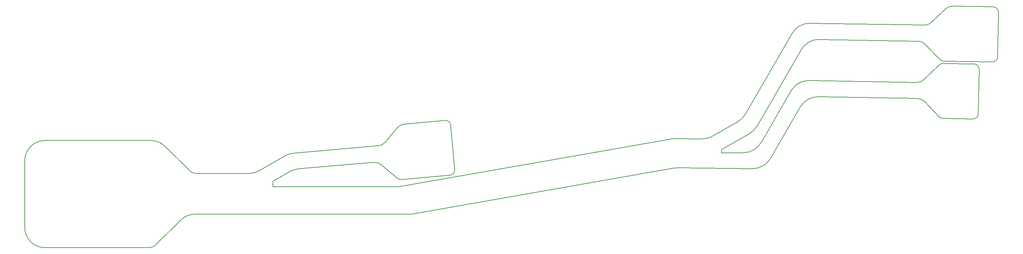
<source format=gbr>
*
G4_C Author: OrCAD GerbTool(tm) 8.1.1 Wed Jun 18 22:44:34 2003*
%LPD*%
%FSLAX34Y34*%
%MOIN*%
%AD*%
%ADD10R,0.050000X0.050000*%
%ADD11C,0.006000*%
%ADD12C,0.019000*%
%ADD13C,0.007900*%
%ADD14C,0.005000*%
%ADD15C,0.000800*%
%ADD16R,0.070000X0.025000*%
%ADD17R,0.068000X0.023000*%
%ADD18C,0.006000*%
%ADD19C,0.009800*%
%ADD20C,0.010000*%
%ADD21C,0.030000*%
%ADD22C,0.060000*%
%ADD23C,0.035000*%
%ADD24C,0.055000*%
%ADD25C,0.062980*%
%ADD26C,0.001000*%
%ADD27C,0.196840*%
G4_C OrCAD GerbTool Tool List *
G54D11*
G1X16890Y7453D2*
G75*
G2X16183Y7746I0J1000D1*
G74*
G1X12911Y441D2*
G75*
G2X12205Y148I-707J707D1*
G74*
G1X1987Y149D2*
G75*
G2X-14Y2150I0J2000D1*
G74*
G1X-14Y8707D1*
G1X1987Y10707D2*
G75*
G3X-14Y8707I0J-2000D1*
G74*
G1X15333Y2864D2*
G1X12911Y441D1*
G1X16747Y3450D2*
G75*
G3X15333Y2864I0J-2000D1*
G74*
G1X12205Y149D2*
G1X1987Y149D1*
G1X1987Y10707D2*
G1X12394Y10707D1*
G1X13808Y10121D2*
G1X16183Y7746D1*
G1X12394Y10707D2*
G75*
G2X13808Y10121I0J-2000D1*
G74*
G1X77198Y22269D2*
G1X88420Y22073D1*
G1X75431Y21269D2*
G75*
G2X77198Y22269I1727J-997D1*
G74*
G1X87807Y20502D2*
G1X78102Y20671D1*
G75*
G3X76335Y19671I-34J-1996D1*
G74*
G1X87748Y14849D2*
G1X78003Y15019D1*
G75*
G3X76236Y14020I-34J-1996D1*
G74*
G1X77098Y16617D2*
G1X87687Y16433D1*
G1X75332Y15618D2*
G75*
G2X77098Y16617I1727J-997D1*
G74*
G1X73302Y8938D2*
G1X76236Y14020D1*
G1X71549Y7938D2*
G75*
G3X73302Y8938I20J1996D1*
G74*
G1X66611Y10871D2*
G75*
G3X67632Y11139I20J2009D1*
G74*
G1X70093Y12559D1*
G1X70825Y13291D2*
G1X75431Y21269D1*
G1X70093Y12559D2*
G75*
G3X70825Y13291I-996J1725D1*
G74*
G1X71983Y12133D2*
G1X76335Y19671D1*
G1X71251Y11401D2*
G75*
G3X71983Y12133I-996J1725D1*
G74*
G1X68501Y9504D2*
G1X68501Y9814D1*
G1X71251Y11401D1*
G1X68501Y9504D2*
G1X70647Y9504D1*
G1X72379Y10504D2*
G1X75332Y15618D1*
G1X70647Y9504D2*
G75*
G3X72379Y10504I0J1996D1*
G74*
G1X63928Y10899D2*
G1X66611Y10871D1*
G1X63559Y10869D2*
G75*
G2X63928Y10899I348J-1971D1*
G74*
G1X71549Y7938D2*
G1X64163Y8016D1*
G75*
G3X63795Y7985I-20J-2036D1*
G74*
G1X16747Y3450D2*
G1X37900Y3450D1*
G1X38248Y3481D2*
G1X63795Y7985D1*
G1X37900Y3450D2*
G75*
G3X38248Y3481I0J2033D1*
G74*
G1X16891Y7453D2*
G1X22014Y7453D1*
G75*
G3X23014Y7721I0J2008D1*
G74*
G1X34743Y10181D2*
G1X26383Y9450D1*
G1X25557Y9189D2*
G1X23014Y7721D1*
G1X26383Y9450D2*
G75*
G3X25557Y9189I175J-2001D1*
G74*
G1X26875Y7907D2*
G1X34298Y8554D1*
G1X26049Y7647D2*
G75*
G2X26875Y7907I1007J-1744D1*
G74*
G1X24403Y6696D2*
G1X26049Y7647D1*
G1X24403Y6696D2*
G1X24403Y6150D1*
G1X36622Y6150D1*
G1X36969Y6181D2*
G1X63559Y10869D1*
G1X36622Y6150D2*
G75*
G3X36969Y6181I0J2033D1*
G74*
G1X35028Y8324D2*
G75*
G3X34297Y8554I-643J-766D1*
G74*
G1X41861Y12230D2*
G75*
G3X41320Y12685I-498J-44D1*
G74*
G1X35028Y8324D2*
G1X36631Y6978D1*
G75*
G3X36997Y6862I322J384D1*
G74*
G1X41792Y7282D1*
G1X42247Y7823D2*
G1X41861Y12230D1*
G1X41792Y7282D2*
G75*
G3X42247Y7823I-44J498D1*
G74*
G1X35421Y10535D2*
G75*
G2X34743Y10181I-766J643D1*
G74*
G1X35421Y10535D2*
G1X36635Y11981D1*
G1X37314Y12334D2*
G1X41320Y12685D1*
G1X36635Y11981D2*
G75*
G2X37314Y12334I766J-643D1*
G74*
G1X88507Y20196D2*
G75*
G3X87804Y20501I-719J-695D1*
G74*
G1X95712Y23366D2*
G75*
G3X95220Y23875I-500J9D1*
G74*
G1X88507Y20196D2*
G1X89961Y18689D1*
G75*
G3X90313Y18536I360J348D1*
G74*
G1X95126Y18452D1*
G1X95634Y18943D2*
G1X95712Y23366D1*
G1X95126Y18452D2*
G75*
G3X95634Y18943I9J500D1*
G74*
G1X89130Y22353D2*
G75*
G2X88418Y22073I-695J719D1*
G74*
G1X89130Y22353D2*
G1X90488Y23665D1*
G1X91200Y23945D2*
G1X95220Y23875D1*
G1X90488Y23665D2*
G75*
G2X91200Y23945I695J-719D1*
G74*
G1X88449Y14544D2*
G75*
G3X87747Y14850I-719J-695D1*
G74*
G1X88398Y16714D2*
G75*
G2X87686Y16433I-695J719D1*
G74*
G1X93814Y17742D2*
G75*
G3X93322Y18251I-500J9D1*
G74*
G1X90256Y18304D1*
G1X89900Y18165D2*
G1X88398Y16714D1*
G1X90256Y18304D2*
G75*
G3X89900Y18165I-9J-500D1*
G74*
G1X88449Y14544D2*
G1X89906Y13036D1*
G75*
G3X90256Y12884I360J348D1*
G74*
G1X93228Y12832D1*
G1X93737Y13323D2*
G1X93814Y17742D1*
G1X93228Y12832D2*
G75*
G3X93737Y13323I9J500D1*
M2*

</source>
